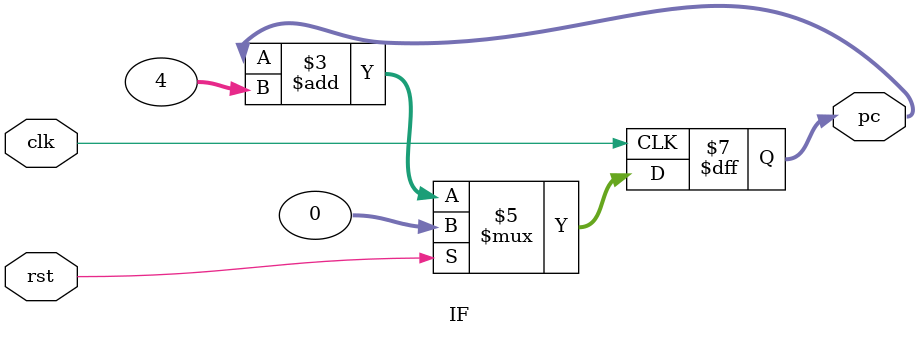
<source format=v>
`timescale 1ns/10ps

module IF(clk, rst, pc);

input clk, rst;
output [0:31] pc;
wire clk, rst;
reg [0:31] pc;

always @(posedge clk)
begin
	if(rst == 1)
	begin
		pc <= 0;
	end
	else
	begin
		pc <= pc + 4;
	end
end

endmodule
</source>
